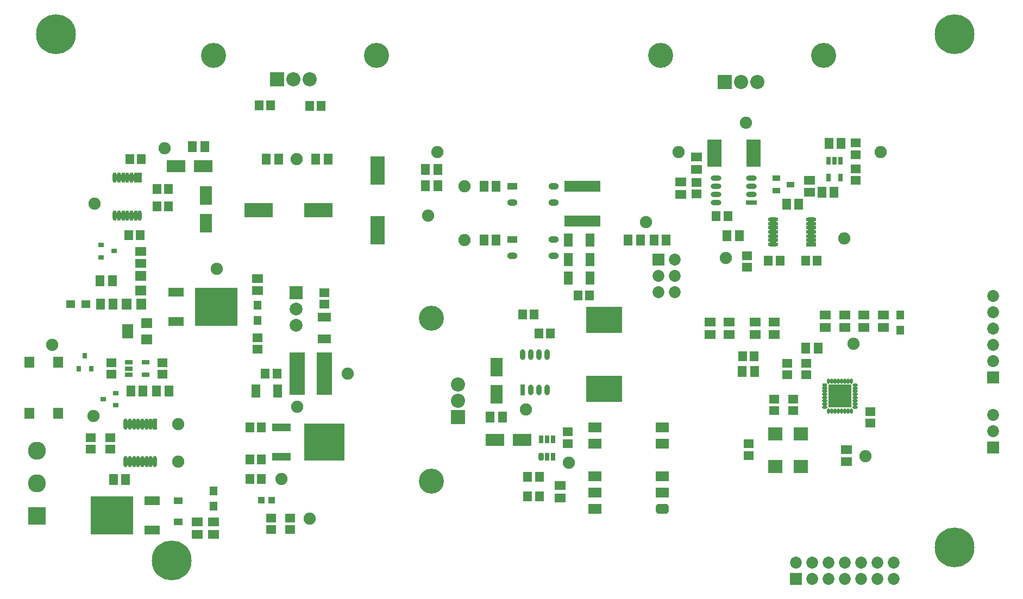
<source format=gts>
G04 Layer_Color=8388736*
%FSLAX44Y44*%
%MOMM*%
G71*
G01*
G75*
%ADD91R,4.5032X2.3032*%
%ADD92R,1.4032X1.6032*%
%ADD93R,2.3032X4.5032*%
%ADD94R,1.6032X1.4032*%
%ADD95R,1.3532X2.0032*%
%ADD96R,5.6032X1.8032*%
%ADD97R,2.0032X1.3532*%
%ADD98R,1.6532X0.8032*%
%ADD99O,1.6532X0.8032*%
%ADD100R,0.8032X1.3032*%
%ADD101R,2.0032X1.6032*%
G04:AMPARAMS|DCode=102|XSize=1.6032mm|YSize=2.0032mm|CornerRadius=0.4516mm|HoleSize=0mm|Usage=FLASHONLY|Rotation=270.000|XOffset=0mm|YOffset=0mm|HoleType=Round|Shape=RoundedRectangle|*
%AMROUNDEDRECTD102*
21,1,1.6032,1.1000,0,0,270.0*
21,1,0.7000,2.0032,0,0,270.0*
1,1,0.9032,-0.5500,-0.3500*
1,1,0.9032,-0.5500,0.3500*
1,1,0.9032,0.5500,0.3500*
1,1,0.9032,0.5500,-0.3500*
%
%ADD102ROUNDEDRECTD102*%
%ADD103R,0.8032X1.2532*%
G04:AMPARAMS|DCode=104|XSize=0.8032mm|YSize=1.2532mm|CornerRadius=0.2516mm|HoleSize=0mm|Usage=FLASHONLY|Rotation=180.000|XOffset=0mm|YOffset=0mm|HoleType=Round|Shape=RoundedRectangle|*
%AMROUNDEDRECTD104*
21,1,0.8032,0.7500,0,0,180.0*
21,1,0.3000,1.2532,0,0,180.0*
1,1,0.5032,-0.1500,0.3750*
1,1,0.5032,0.1500,0.3750*
1,1,0.5032,0.1500,-0.3750*
1,1,0.5032,-0.1500,-0.3750*
%
%ADD104ROUNDEDRECTD104*%
%ADD105R,0.8032X1.6532*%
%ADD106O,0.8032X1.6532*%
%ADD107O,1.6032X1.0032*%
%ADD108R,1.6032X1.0032*%
%ADD109R,2.9532X1.2032*%
%ADD110R,6.3532X5.7532*%
%ADD111O,0.6532X1.7032*%
%ADD112R,0.6532X1.7032*%
%ADD113R,1.3032X0.8032*%
%ADD114O,0.6532X1.6032*%
%ADD115R,0.6532X1.6032*%
%ADD116O,1.6032X0.6532*%
%ADD117R,1.6032X0.6532*%
%ADD118R,1.1032X1.1032*%
%ADD119R,5.6032X4.1032*%
%ADD120R,2.4032X6.6032*%
%ADD121R,1.3532X1.6532*%
%ADD122R,1.6532X1.3532*%
%ADD123R,2.3032X4.2032*%
%ADD124R,1.8032X1.5032*%
%ADD125R,1.8032X2.2032*%
%ADD126R,1.5032X1.8032*%
%ADD127R,1.6032X1.8032*%
%ADD128R,1.9532X2.8532*%
%ADD129R,2.8532X1.9532*%
%ADD130R,1.3032X0.8532*%
%ADD131R,1.3032X1.4532*%
%ADD132R,1.4232X1.1132*%
%ADD133R,1.4532X1.3032*%
%ADD134R,6.6032X6.0032*%
%ADD135R,2.4032X1.4032*%
%ADD136R,0.8032X0.9032*%
%ADD137R,0.9032X0.8032*%
%ADD138R,2.2032X2.0032*%
%ADD139R,3.6532X3.6532*%
%ADD140O,0.5032X0.8032*%
%ADD141O,0.8032X0.5032*%
%ADD142R,0.8032X0.5032*%
%ADD143C,6.2032*%
%ADD144C,3.9032*%
%ADD145C,2.2032*%
%ADD146R,2.2032X2.2032*%
%ADD147C,2.0032*%
%ADD148R,2.0032X2.0032*%
%ADD149C,1.9032*%
%ADD150R,2.2032X2.2032*%
%ADD151C,1.8532*%
%ADD152R,1.8532X1.8532*%
%ADD153C,2.8032*%
%ADD154R,2.8032X2.8032*%
%ADD155R,1.8532X1.8532*%
%ADD156C,0.9032*%
D91*
X665750Y1076000D02*
D03*
X758250D02*
D03*
D92*
X763000Y1238000D02*
D03*
X745000D02*
D03*
X507000Y1109000D02*
D03*
X525000D02*
D03*
X507000Y1082000D02*
D03*
X525000D02*
D03*
X684000Y1239000D02*
D03*
X666000D02*
D03*
X483000Y1155000D02*
D03*
X465000D02*
D03*
X481000Y1037000D02*
D03*
X463000D02*
D03*
X1536000Y997000D02*
D03*
X1518000D02*
D03*
X1460000D02*
D03*
X1478000D02*
D03*
X1378750Y1066250D02*
D03*
X1396750D02*
D03*
X1085000Y660000D02*
D03*
X1103000D02*
D03*
Y630000D02*
D03*
X1085000D02*
D03*
X1077000Y913000D02*
D03*
X1095000D02*
D03*
X1102000Y884000D02*
D03*
X1120000D02*
D03*
X1181000Y943000D02*
D03*
X1163000D02*
D03*
X694000Y821000D02*
D03*
X676000D02*
D03*
X670000Y737000D02*
D03*
X652000D02*
D03*
X670000Y687000D02*
D03*
X652000D02*
D03*
X670000Y657000D02*
D03*
X652000D02*
D03*
X1419500Y847750D02*
D03*
X1437500D02*
D03*
D93*
X851000Y1137250D02*
D03*
Y1044750D02*
D03*
D94*
X1427000Y1005000D02*
D03*
Y987000D02*
D03*
X1348000Y1101000D02*
D03*
Y1119000D02*
D03*
X1596000Y1122500D02*
D03*
Y1140500D02*
D03*
Y1180500D02*
D03*
Y1162500D02*
D03*
X1147000Y712000D02*
D03*
Y730000D02*
D03*
X768000Y947000D02*
D03*
Y929000D02*
D03*
X664000Y859000D02*
D03*
Y877000D02*
D03*
X715000Y596000D02*
D03*
Y578000D02*
D03*
X685000Y596000D02*
D03*
Y578000D02*
D03*
X1489000Y819000D02*
D03*
Y837000D02*
D03*
X1519000Y819000D02*
D03*
Y837000D02*
D03*
X1619000Y761500D02*
D03*
Y743500D02*
D03*
X1469000Y781500D02*
D03*
Y763500D02*
D03*
X1499000Y781500D02*
D03*
Y763500D02*
D03*
X1429000Y693500D02*
D03*
Y711500D02*
D03*
X434000Y703000D02*
D03*
Y721000D02*
D03*
X404000Y703000D02*
D03*
Y721000D02*
D03*
X516000Y838000D02*
D03*
Y820000D02*
D03*
X436000Y838000D02*
D03*
Y820000D02*
D03*
D95*
X1181750Y970000D02*
D03*
X1148250D02*
D03*
X1181750Y999000D02*
D03*
X1148250D02*
D03*
X1181750Y1029000D02*
D03*
X1148250D02*
D03*
X694750Y794000D02*
D03*
X661250D02*
D03*
D96*
X1170000Y1113000D02*
D03*
Y1059000D02*
D03*
D97*
X768000Y875250D02*
D03*
Y908750D02*
D03*
D98*
X1433250Y1087950D02*
D03*
D99*
Y1100650D02*
D03*
Y1113350D02*
D03*
Y1126050D02*
D03*
X1378750Y1087950D02*
D03*
Y1100650D02*
D03*
Y1113350D02*
D03*
Y1126050D02*
D03*
D100*
X1553500Y1152500D02*
D03*
X1563000D02*
D03*
X1572500D02*
D03*
Y1126500D02*
D03*
X1553500D02*
D03*
D101*
X1189500Y737500D02*
D03*
Y712100D02*
D03*
Y661300D02*
D03*
Y635900D02*
D03*
Y610500D02*
D03*
X1294500Y737500D02*
D03*
Y712100D02*
D03*
Y661300D02*
D03*
Y635900D02*
D03*
D102*
Y610500D02*
D03*
D103*
X1105500Y718250D02*
D03*
X1115000D02*
D03*
X1124500D02*
D03*
Y691750D02*
D03*
X1115000D02*
D03*
D104*
X1105500D02*
D03*
D105*
X1076950Y795750D02*
D03*
D106*
X1089650D02*
D03*
X1102350D02*
D03*
X1115050D02*
D03*
X1076950Y850250D02*
D03*
X1089650D02*
D03*
X1102350D02*
D03*
X1115050D02*
D03*
D107*
X1125000Y1004900D02*
D03*
Y1030300D02*
D03*
X1061000Y1004900D02*
D03*
X1125000Y1087900D02*
D03*
Y1113300D02*
D03*
X1061000Y1087900D02*
D03*
D108*
X1061000Y1030300D02*
D03*
X1061000Y1113300D02*
D03*
D109*
X701000Y737000D02*
D03*
Y691200D02*
D03*
D110*
X768000Y714100D02*
D03*
D111*
X458250Y684000D02*
D03*
X464750D02*
D03*
X471250D02*
D03*
X477750D02*
D03*
X484250D02*
D03*
X490750D02*
D03*
X497250D02*
D03*
X503750D02*
D03*
X458250Y742000D02*
D03*
X464750D02*
D03*
X471250D02*
D03*
X477750D02*
D03*
X484250D02*
D03*
X490750D02*
D03*
X497250D02*
D03*
D112*
X503750D02*
D03*
D113*
X463000Y819500D02*
D03*
Y829000D02*
D03*
Y838500D02*
D03*
X489000D02*
D03*
Y819500D02*
D03*
D114*
X441500Y1067500D02*
D03*
X448000D02*
D03*
X454500D02*
D03*
X461000D02*
D03*
X467500D02*
D03*
X474000D02*
D03*
X480500D02*
D03*
X441500Y1126500D02*
D03*
X448000D02*
D03*
X454500D02*
D03*
X461000D02*
D03*
X467500D02*
D03*
X474000D02*
D03*
D115*
X480500D02*
D03*
D116*
X1467500Y1061500D02*
D03*
Y1055000D02*
D03*
Y1048500D02*
D03*
Y1042000D02*
D03*
Y1035500D02*
D03*
Y1029000D02*
D03*
Y1022500D02*
D03*
X1526500Y1061500D02*
D03*
Y1055000D02*
D03*
Y1048500D02*
D03*
Y1042000D02*
D03*
Y1035500D02*
D03*
Y1029000D02*
D03*
D117*
Y1022500D02*
D03*
D118*
X686000Y624000D02*
D03*
X670000D02*
D03*
D119*
X1204000Y905000D02*
D03*
Y797000D02*
D03*
D120*
X726000Y821000D02*
D03*
X768000D02*
D03*
D121*
X677500Y1155000D02*
D03*
X696500D02*
D03*
X754500D02*
D03*
X773500D02*
D03*
X562500Y1175000D02*
D03*
X581500D02*
D03*
X925500Y1114000D02*
D03*
X944500D02*
D03*
Y1139000D02*
D03*
X925500D02*
D03*
X1488500Y1085000D02*
D03*
X1507500D02*
D03*
X1395500Y1036000D02*
D03*
X1414500D02*
D03*
X1543500Y1104000D02*
D03*
X1562500D02*
D03*
X1554500Y1180000D02*
D03*
X1573500D02*
D03*
X1045500Y753000D02*
D03*
X1026500D02*
D03*
X1016500Y1029600D02*
D03*
X1035500D02*
D03*
X1016500Y1113000D02*
D03*
X1035500D02*
D03*
X1260500Y1029600D02*
D03*
X1241500D02*
D03*
X1300500D02*
D03*
X1281500D02*
D03*
X1419250Y824500D02*
D03*
X1438250D02*
D03*
X1537500Y860500D02*
D03*
X1518500D02*
D03*
X458500Y656000D02*
D03*
X439500D02*
D03*
X418500Y966000D02*
D03*
X437500D02*
D03*
X506500Y794000D02*
D03*
X525500D02*
D03*
X419500Y929000D02*
D03*
X438500D02*
D03*
X466500Y794000D02*
D03*
X485500D02*
D03*
D122*
X1348000Y1158500D02*
D03*
Y1139500D02*
D03*
X1323000Y1100500D02*
D03*
Y1119500D02*
D03*
X1524000Y1103500D02*
D03*
Y1122500D02*
D03*
X1135000Y627500D02*
D03*
Y646500D02*
D03*
X1549000Y912000D02*
D03*
Y893000D02*
D03*
X1579000D02*
D03*
Y912000D02*
D03*
X1609000D02*
D03*
Y893000D02*
D03*
X1582000Y683500D02*
D03*
Y702500D02*
D03*
X1639000Y912000D02*
D03*
Y893000D02*
D03*
X570000Y570500D02*
D03*
Y589500D02*
D03*
X595000Y570500D02*
D03*
Y589500D02*
D03*
X482000Y1011500D02*
D03*
Y992500D02*
D03*
X664000Y950500D02*
D03*
Y969500D02*
D03*
X1469000Y882000D02*
D03*
Y901000D02*
D03*
X1399000Y882000D02*
D03*
Y901000D02*
D03*
X1439000Y882000D02*
D03*
Y901000D02*
D03*
X1369000Y882000D02*
D03*
Y901000D02*
D03*
D123*
X1436500Y1165000D02*
D03*
X1375500D02*
D03*
D124*
X490750Y874500D02*
D03*
Y899500D02*
D03*
X482000Y950500D02*
D03*
Y973500D02*
D03*
D125*
X461750Y887000D02*
D03*
D126*
X482500Y929000D02*
D03*
X459500D02*
D03*
D127*
X308500Y759000D02*
D03*
Y839000D02*
D03*
X353500Y759000D02*
D03*
Y839000D02*
D03*
D128*
X583000Y1055500D02*
D03*
Y1098500D02*
D03*
X1036000Y788500D02*
D03*
Y831500D02*
D03*
D129*
X579500Y1144000D02*
D03*
X536500D02*
D03*
X1076500Y718000D02*
D03*
X1033500D02*
D03*
D130*
X1494000Y1116000D02*
D03*
X1472000Y1106500D02*
D03*
Y1125500D02*
D03*
D131*
X1665250Y912000D02*
D03*
Y888500D02*
D03*
X664000Y927250D02*
D03*
Y903750D02*
D03*
X595000Y638250D02*
D03*
Y614750D02*
D03*
D132*
X540000Y589500D02*
D03*
Y622500D02*
D03*
D133*
X396250Y929000D02*
D03*
X372750D02*
D03*
D134*
X436500Y600000D02*
D03*
X599500Y925000D02*
D03*
D135*
X499500Y622800D02*
D03*
Y577200D02*
D03*
X536500Y902200D02*
D03*
Y947800D02*
D03*
D136*
X385500Y829000D02*
D03*
X404500D02*
D03*
X395000Y849000D02*
D03*
D137*
X443000Y771500D02*
D03*
Y790500D02*
D03*
X423000Y781000D02*
D03*
X420000Y1021500D02*
D03*
Y1002500D02*
D03*
X440000Y1012000D02*
D03*
D138*
X1510750Y675850D02*
D03*
Y726650D02*
D03*
X1470750D02*
D03*
Y675850D02*
D03*
D139*
X1571500Y786000D02*
D03*
D140*
X1554000Y809500D02*
D03*
X1559000D02*
D03*
X1564000D02*
D03*
X1569000D02*
D03*
X1574000D02*
D03*
X1579000D02*
D03*
X1584000D02*
D03*
X1589000D02*
D03*
Y762500D02*
D03*
X1584000D02*
D03*
X1579000D02*
D03*
X1574000D02*
D03*
X1569000D02*
D03*
X1564000D02*
D03*
X1559000D02*
D03*
X1554000D02*
D03*
D141*
X1595000Y803500D02*
D03*
Y798500D02*
D03*
Y793500D02*
D03*
Y788500D02*
D03*
Y783500D02*
D03*
Y778500D02*
D03*
Y773500D02*
D03*
Y768500D02*
D03*
X1548000D02*
D03*
Y773500D02*
D03*
Y778500D02*
D03*
Y783500D02*
D03*
Y788500D02*
D03*
Y793500D02*
D03*
Y798500D02*
D03*
D142*
Y803500D02*
D03*
D143*
X530000Y530000D02*
D03*
X1750000Y550000D02*
D03*
Y1350000D02*
D03*
X350000D02*
D03*
D144*
X595000Y1317000D02*
D03*
X849000D02*
D03*
X1546000D02*
D03*
X1292000D02*
D03*
X935000Y907400D02*
D03*
Y653400D02*
D03*
D145*
X745400Y1280000D02*
D03*
X720000D02*
D03*
X1417000Y1276000D02*
D03*
X1442400D02*
D03*
X976000Y778400D02*
D03*
Y803800D02*
D03*
D146*
X694600Y1280000D02*
D03*
X1391600Y1276000D02*
D03*
D147*
X724000Y896200D02*
D03*
Y921600D02*
D03*
D148*
Y947000D02*
D03*
D149*
X600000Y984000D02*
D03*
X408000Y755000D02*
D03*
X344000Y866000D02*
D03*
X804000Y821000D02*
D03*
X726000Y769000D02*
D03*
X930000Y1067000D02*
D03*
X944000Y1166000D02*
D03*
X725000Y1155000D02*
D03*
X518750Y1172500D02*
D03*
X1082000Y765000D02*
D03*
X1269000Y1057000D02*
D03*
X1149000Y682000D02*
D03*
X986000Y1029600D02*
D03*
X986000Y1113000D02*
D03*
X1394000Y1001000D02*
D03*
X1320000Y1166000D02*
D03*
X1425000Y1212000D02*
D03*
X1635000Y1166000D02*
D03*
X1592750Y867750D02*
D03*
X1611000Y692500D02*
D03*
X410000Y1086000D02*
D03*
X540000Y742000D02*
D03*
Y684000D02*
D03*
X701000Y657000D02*
D03*
X745000Y595000D02*
D03*
X1578000Y1032000D02*
D03*
D150*
X976000Y753000D02*
D03*
D151*
X1810000Y757000D02*
D03*
Y731600D02*
D03*
X1314000Y948200D02*
D03*
X1288600D02*
D03*
X1314000Y973600D02*
D03*
X1288600D02*
D03*
X1314000Y999000D02*
D03*
X1578700Y526500D02*
D03*
Y501100D02*
D03*
X1553300Y526500D02*
D03*
Y501100D02*
D03*
X1527900Y526500D02*
D03*
Y501100D02*
D03*
X1502500Y526500D02*
D03*
X1604100Y501100D02*
D03*
Y526500D02*
D03*
X1629500Y501100D02*
D03*
Y526500D02*
D03*
X1654900Y501100D02*
D03*
Y526500D02*
D03*
X1810000Y840400D02*
D03*
Y865800D02*
D03*
Y891200D02*
D03*
Y916600D02*
D03*
Y942000D02*
D03*
D152*
Y706200D02*
D03*
X1288600Y999000D02*
D03*
X1810000Y815000D02*
D03*
D153*
X320000Y700800D02*
D03*
Y650000D02*
D03*
D154*
Y599200D02*
D03*
D155*
X1502500Y501100D02*
D03*
D156*
X1582500Y775000D02*
D03*
X1571500D02*
D03*
X1560500D02*
D03*
X1582500Y786000D02*
D03*
X1571500D02*
D03*
X1560500D02*
D03*
X1582500Y797000D02*
D03*
X1571500D02*
D03*
X1560500D02*
D03*
M02*

</source>
